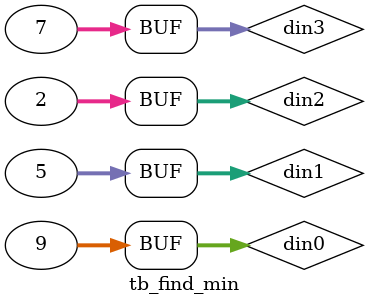
<source format=v>
`timescale 1ns / 1ps

module tb_find_min();

reg[31:0] din0;
reg[31:0] din1;
reg[31:0] din2;
reg[31:0] din3;
wire[1:0] min_idx;

initial begin
    din0 = 9;
    din1 = 5;
    din2 = 2;
    din3 = 7;
end

find_min u_find_min(
    .din0(din0),
    .din1(din1),
    .din2(din2),
    .din3(din0),
    .min_idx(min_idx)
    );
endmodule

</source>
